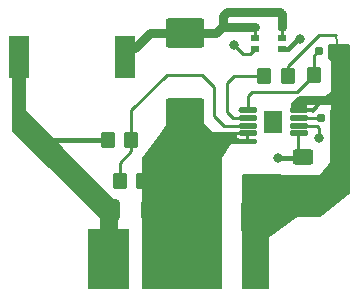
<source format=gtl>
G04 #@! TF.GenerationSoftware,KiCad,Pcbnew,9.0.4*
G04 #@! TF.CreationDate,2025-08-28T22:57:06-04:00*
G04 #@! TF.ProjectId,PowerSupply,506f7765-7253-4757-9070-6c792e6b6963,rev?*
G04 #@! TF.SameCoordinates,Original*
G04 #@! TF.FileFunction,Copper,L1,Top*
G04 #@! TF.FilePolarity,Positive*
%FSLAX46Y46*%
G04 Gerber Fmt 4.6, Leading zero omitted, Abs format (unit mm)*
G04 Created by KiCad (PCBNEW 9.0.4) date 2025-08-28 22:57:06*
%MOMM*%
%LPD*%
G01*
G04 APERTURE LIST*
G04 Aperture macros list*
%AMRoundRect*
0 Rectangle with rounded corners*
0 $1 Rounding radius*
0 $2 $3 $4 $5 $6 $7 $8 $9 X,Y pos of 4 corners*
0 Add a 4 corners polygon primitive as box body*
4,1,4,$2,$3,$4,$5,$6,$7,$8,$9,$2,$3,0*
0 Add four circle primitives for the rounded corners*
1,1,$1+$1,$2,$3*
1,1,$1+$1,$4,$5*
1,1,$1+$1,$6,$7*
1,1,$1+$1,$8,$9*
0 Add four rect primitives between the rounded corners*
20,1,$1+$1,$2,$3,$4,$5,0*
20,1,$1+$1,$4,$5,$6,$7,0*
20,1,$1+$1,$6,$7,$8,$9,0*
20,1,$1+$1,$8,$9,$2,$3,0*%
G04 Aperture macros list end*
G04 #@! TA.AperFunction,Conductor*
%ADD10C,0.000000*%
G04 #@! TD*
G04 #@! TA.AperFunction,Conductor*
%ADD11C,0.200000*%
G04 #@! TD*
G04 #@! TA.AperFunction,Conductor*
%ADD12C,0.300000*%
G04 #@! TD*
G04 #@! TA.AperFunction,SMDPad,CuDef*
%ADD13RoundRect,0.250000X1.400000X1.000000X-1.400000X1.000000X-1.400000X-1.000000X1.400000X-1.000000X0*%
G04 #@! TD*
G04 #@! TA.AperFunction,SMDPad,CuDef*
%ADD14RoundRect,0.250000X-0.412500X-0.650000X0.412500X-0.650000X0.412500X0.650000X-0.412500X0.650000X0*%
G04 #@! TD*
G04 #@! TA.AperFunction,SMDPad,CuDef*
%ADD15RoundRect,0.250000X-0.350000X-0.450000X0.350000X-0.450000X0.350000X0.450000X-0.350000X0.450000X0*%
G04 #@! TD*
G04 #@! TA.AperFunction,SMDPad,CuDef*
%ADD16RoundRect,0.250000X0.625000X-0.400000X0.625000X0.400000X-0.625000X0.400000X-0.625000X-0.400000X0*%
G04 #@! TD*
G04 #@! TA.AperFunction,SMDPad,CuDef*
%ADD17RoundRect,0.155000X0.212500X0.155000X-0.212500X0.155000X-0.212500X-0.155000X0.212500X-0.155000X0*%
G04 #@! TD*
G04 #@! TA.AperFunction,SMDPad,CuDef*
%ADD18RoundRect,0.125000X-0.600000X-0.125000X0.600000X-0.125000X0.600000X0.125000X-0.600000X0.125000X0*%
G04 #@! TD*
G04 #@! TA.AperFunction,HeatsinkPad*
%ADD19C,0.600000*%
G04 #@! TD*
G04 #@! TA.AperFunction,HeatsinkPad*
%ADD20R,1.570000X1.890000*%
G04 #@! TD*
G04 #@! TA.AperFunction,SMDPad,CuDef*
%ADD21R,0.700000X0.510000*%
G04 #@! TD*
G04 #@! TA.AperFunction,SMDPad,CuDef*
%ADD22RoundRect,0.250000X0.350000X0.450000X-0.350000X0.450000X-0.350000X-0.450000X0.350000X-0.450000X0*%
G04 #@! TD*
G04 #@! TA.AperFunction,SMDPad,CuDef*
%ADD23RoundRect,0.250000X0.412500X1.100000X-0.412500X1.100000X-0.412500X-1.100000X0.412500X-1.100000X0*%
G04 #@! TD*
G04 #@! TA.AperFunction,SMDPad,CuDef*
%ADD24RoundRect,0.155000X-0.212500X-0.155000X0.212500X-0.155000X0.212500X0.155000X-0.212500X0.155000X0*%
G04 #@! TD*
G04 #@! TA.AperFunction,SMDPad,CuDef*
%ADD25R,1.800000X3.600000*%
G04 #@! TD*
G04 #@! TA.AperFunction,ViaPad*
%ADD26C,0.800000*%
G04 #@! TD*
G04 #@! TA.AperFunction,Conductor*
%ADD27C,0.800000*%
G04 #@! TD*
G04 #@! TA.AperFunction,Conductor*
%ADD28C,0.250000*%
G04 #@! TD*
G04 #@! TA.AperFunction,Conductor*
%ADD29C,0.400000*%
G04 #@! TD*
G04 APERTURE END LIST*
D10*
G04 #@! TA.AperFunction,Conductor*
G36*
X97840000Y-83350000D02*
G01*
X93570000Y-83280000D01*
X93960000Y-82720000D01*
X97140000Y-82620000D01*
X97840000Y-83350000D01*
G37*
G04 #@! TD.AperFunction*
D11*
X82000000Y-81580061D02*
X89750000Y-89430061D01*
X89750000Y-92700000D01*
X88450000Y-92700000D01*
X88450000Y-90600000D01*
X81010000Y-83265532D01*
X81010000Y-78700000D01*
X82000000Y-78700000D01*
X82000000Y-81580061D01*
G04 #@! TA.AperFunction,Conductor*
G36*
X82000000Y-81580061D02*
G01*
X89750000Y-89430061D01*
X89750000Y-92700000D01*
X88450000Y-92700000D01*
X88450000Y-90600000D01*
X81010000Y-83265532D01*
X81010000Y-78700000D01*
X82000000Y-78700000D01*
X82000000Y-81580061D01*
G37*
G04 #@! TD.AperFunction*
D12*
X107090000Y-80760000D02*
X106350000Y-81540000D01*
D11*
X108300000Y-75100000D02*
X108500000Y-76400000D01*
D10*
G04 #@! TA.AperFunction,Conductor*
G36*
X90770000Y-96680000D02*
G01*
X87350000Y-96680000D01*
X87350000Y-91540000D01*
X90770000Y-91540000D01*
X90770000Y-96680000D01*
G37*
G04 #@! TD.AperFunction*
D11*
X109440000Y-81500000D02*
X108000000Y-81500000D01*
X107950000Y-81000000D01*
X105800000Y-81000000D01*
X105800000Y-81520000D01*
X104570000Y-81510000D01*
X104570000Y-80980000D01*
X105230000Y-80420000D01*
X107443749Y-80400000D01*
X107950000Y-79950000D01*
X107950000Y-77350000D01*
X107730000Y-77081112D01*
X107730000Y-76000000D01*
X109440000Y-76000000D01*
X109440000Y-81500000D01*
G04 #@! TA.AperFunction,Conductor*
G36*
X109440000Y-81500000D02*
G01*
X108000000Y-81500000D01*
X107950000Y-81000000D01*
X105800000Y-81000000D01*
X105800000Y-81520000D01*
X104570000Y-81510000D01*
X104570000Y-80980000D01*
X105230000Y-80420000D01*
X107443749Y-80400000D01*
X107950000Y-79950000D01*
X107950000Y-77350000D01*
X107730000Y-77081112D01*
X107730000Y-76000000D01*
X109440000Y-76000000D01*
X109440000Y-81500000D01*
G37*
G04 #@! TD.AperFunction*
D10*
G04 #@! TA.AperFunction,Conductor*
G36*
X102650000Y-96650000D02*
G01*
X100400000Y-96650000D01*
X100400000Y-92100000D01*
X102650000Y-92100000D01*
X102650000Y-96650000D01*
G37*
G04 #@! TD.AperFunction*
D11*
X109440000Y-88500000D02*
X106940000Y-90500000D01*
X105030000Y-90500000D01*
X102600000Y-92250000D01*
X100430000Y-92250000D01*
X100440000Y-87000000D01*
X106940000Y-87050000D01*
X107940000Y-86000000D01*
X107940000Y-81500000D01*
X109440000Y-81500000D01*
X109440000Y-88500000D01*
G04 #@! TA.AperFunction,Conductor*
G36*
X109440000Y-88500000D02*
G01*
X106940000Y-90500000D01*
X105030000Y-90500000D01*
X102600000Y-92250000D01*
X100430000Y-92250000D01*
X100440000Y-87000000D01*
X106940000Y-87050000D01*
X107940000Y-86000000D01*
X107940000Y-81500000D01*
X109440000Y-81500000D01*
X109440000Y-88500000D01*
G37*
G04 #@! TD.AperFunction*
D13*
X95500000Y-81750000D03*
X95500000Y-74950000D03*
D14*
X89375000Y-89980000D03*
X92500000Y-89980000D03*
D15*
X89000000Y-84000000D03*
X91000000Y-84000000D03*
D16*
X105500000Y-88600000D03*
X105500000Y-85500000D03*
D15*
X106500000Y-78500000D03*
X108500000Y-78500000D03*
D17*
X108190000Y-82140000D03*
X107055000Y-82140000D03*
D18*
X100850000Y-81525000D03*
X100850000Y-82175000D03*
X100850000Y-82825000D03*
X100850000Y-83475000D03*
X105150000Y-83475000D03*
X105150000Y-82825000D03*
X105150000Y-82175000D03*
X105150000Y-81525000D03*
D19*
X102515000Y-81855000D03*
X102515000Y-83145000D03*
D20*
X103000000Y-82500000D03*
D19*
X103485000Y-81855000D03*
X103485000Y-83145000D03*
D21*
X101440000Y-74450000D03*
X101440000Y-75400000D03*
X101440000Y-76350000D03*
X103760000Y-76350000D03*
X103760000Y-75400000D03*
X103760000Y-74450000D03*
D22*
X104250000Y-78600000D03*
X102250000Y-78600000D03*
D15*
X90000000Y-87500000D03*
X92000000Y-87500000D03*
D23*
X100975000Y-90580000D03*
X97850000Y-90580000D03*
D24*
X106865000Y-76500000D03*
X108000000Y-76500000D03*
D25*
X90500000Y-77000000D03*
X81500000Y-77000000D03*
D26*
X93660000Y-86990000D03*
X95500000Y-88160000D03*
X97130000Y-88160000D03*
X97130000Y-86990000D03*
X93660000Y-88160000D03*
X95500000Y-86990000D03*
X106900000Y-83900000D03*
X99704667Y-75953334D03*
X105300000Y-75500000D03*
X103400000Y-85530000D03*
D27*
X92550000Y-74950000D02*
X91300000Y-76200000D01*
X98140000Y-74950000D02*
X92550000Y-74950000D01*
X98740000Y-74350000D02*
X98140000Y-74950000D01*
D28*
X105500000Y-88600000D02*
X106400000Y-88600000D01*
X108500000Y-78500000D02*
X108500000Y-81000000D01*
X106335000Y-81525000D02*
X106340000Y-81520000D01*
X101625000Y-91000000D02*
X101625000Y-88500000D01*
X101625000Y-88500000D02*
X102000000Y-88500000D01*
X106800000Y-75200000D02*
X106900000Y-75100000D01*
X106900000Y-75100000D02*
X108300000Y-75100000D01*
X104250000Y-78600000D02*
X104250000Y-77750000D01*
X108500000Y-86500000D02*
X108500000Y-81000000D01*
X108500000Y-77000000D02*
X108000000Y-76500000D01*
X102100000Y-88600000D02*
X105500000Y-88600000D01*
X102000000Y-88500000D02*
X102100000Y-88600000D01*
X106400000Y-88600000D02*
X108500000Y-86500000D01*
X108500000Y-78500000D02*
X108500000Y-77000000D01*
X104250000Y-77750000D02*
X106800000Y-75200000D01*
D12*
X105112500Y-81525000D02*
X106335000Y-81525000D01*
D28*
X108500000Y-81000000D02*
X108365000Y-80865000D01*
X108365000Y-80865000D02*
X107000000Y-80865000D01*
X97025000Y-83475000D02*
X95500000Y-81950000D01*
X100887500Y-83475000D02*
X97025000Y-83475000D01*
X92500000Y-88000000D02*
X92000000Y-87500000D01*
X92500000Y-90980000D02*
X92500000Y-88000000D01*
X95500000Y-91000000D02*
X92520000Y-91000000D01*
X95500000Y-88070000D02*
X95500000Y-91000000D01*
X97025000Y-83475000D02*
X95500000Y-85000000D01*
X95500000Y-86970000D02*
X95500000Y-88070000D01*
X98500000Y-91000000D02*
X95500000Y-91000000D01*
X92520000Y-91000000D02*
X92500000Y-90980000D01*
X95500000Y-85000000D02*
X95500000Y-86970000D01*
X81500000Y-83625000D02*
X81500000Y-77000000D01*
X81875000Y-84000000D02*
X81500000Y-83625000D01*
D29*
X89000000Y-84000000D02*
X81875000Y-84000000D01*
D28*
X89375000Y-91500000D02*
X81500000Y-83625000D01*
X106825000Y-82175000D02*
X105112500Y-82175000D01*
X100887500Y-80312500D02*
X100887500Y-81525000D01*
X101200000Y-80000000D02*
X100887500Y-80312500D01*
X106500000Y-78500000D02*
X106500000Y-76865000D01*
X105000000Y-80000000D02*
X101200000Y-80000000D01*
X106500000Y-78500000D02*
X105000000Y-80000000D01*
X106500000Y-76865000D02*
X106865000Y-76500000D01*
X100086332Y-81525000D02*
X100887500Y-81525000D01*
D27*
X98740000Y-73550000D02*
X99090000Y-73200000D01*
X99090000Y-73200000D02*
X103600000Y-73200000D01*
D28*
X91300000Y-76200000D02*
X90500000Y-77000000D01*
D27*
X98740000Y-74350000D02*
X98740000Y-73550000D01*
D28*
X101440000Y-74450000D02*
X101440000Y-75400000D01*
D27*
X103760000Y-73360000D02*
X103760000Y-74450000D01*
D28*
X98740000Y-74350000D02*
X98840000Y-74450000D01*
D27*
X98840000Y-74450000D02*
X101440000Y-74450000D01*
D29*
X103600000Y-73200000D02*
X103760000Y-73360000D01*
D28*
X103760000Y-75400000D02*
X103760000Y-74450000D01*
X100491333Y-76740000D02*
X101050000Y-76740000D01*
X99704667Y-75953334D02*
X100491333Y-76740000D01*
X106900000Y-83020000D02*
X106705000Y-82825000D01*
X106900000Y-83900000D02*
X106900000Y-83020000D01*
X101050000Y-76740000D02*
X101440000Y-76350000D01*
X106705000Y-82825000D02*
X105112500Y-82825000D01*
X105470000Y-85530000D02*
X105500000Y-85500000D01*
D29*
X104250000Y-76350000D02*
X103760000Y-76350000D01*
X105300000Y-75500000D02*
X105100000Y-75500000D01*
D28*
X105112500Y-85112500D02*
X105112500Y-83475000D01*
D29*
X103400000Y-85530000D02*
X105470000Y-85530000D01*
D28*
X105500000Y-85500000D02*
X105112500Y-85112500D01*
D29*
X105100000Y-75500000D02*
X104250000Y-76350000D01*
D28*
X99100000Y-81700000D02*
X99575000Y-82175000D01*
X99100000Y-79200000D02*
X99100000Y-81700000D01*
X99700000Y-78600000D02*
X99100000Y-79200000D01*
X99575000Y-82175000D02*
X100887500Y-82175000D01*
X102250000Y-78600000D02*
X99700000Y-78600000D01*
X91000000Y-84000000D02*
X91000000Y-81500000D01*
X90000000Y-87500000D02*
X90000000Y-86000000D01*
X98825000Y-82825000D02*
X100887500Y-82825000D01*
X98000000Y-82000000D02*
X98825000Y-82825000D01*
X98000000Y-79500000D02*
X98000000Y-82000000D01*
X90000000Y-86000000D02*
X91000000Y-85000000D01*
X97000000Y-78500000D02*
X98000000Y-79500000D01*
X94000000Y-78500000D02*
X97000000Y-78500000D01*
X91000000Y-85000000D02*
X91000000Y-84000000D01*
X91000000Y-81500000D02*
X94000000Y-78500000D01*
G04 #@! TA.AperFunction,Conductor*
G36*
X98641600Y-85580001D02*
G01*
X98641600Y-96556000D01*
X98621915Y-96623039D01*
X98569111Y-96668794D01*
X98517600Y-96680000D01*
X91984000Y-96680000D01*
X91916961Y-96660315D01*
X91871206Y-96607511D01*
X91860000Y-96556000D01*
X91860000Y-85620957D01*
X91866161Y-85599974D01*
X91867498Y-85580000D01*
X98641600Y-85580000D01*
X98641600Y-85580001D01*
G37*
G04 #@! TD.AperFunction*
G04 #@! TA.AperFunction,Conductor*
G36*
X95568039Y-81769685D02*
G01*
X95613794Y-81822489D01*
X95625000Y-81874000D01*
X95625000Y-83199999D01*
X96954196Y-83199999D01*
X96984606Y-83197148D01*
X97112645Y-83152346D01*
X97221791Y-83071792D01*
X97289944Y-82979448D01*
X97345592Y-82937197D01*
X97415248Y-82931738D01*
X97476797Y-82964805D01*
X97478774Y-82966799D01*
X97850000Y-83350000D01*
X98432834Y-83350000D01*
X98499873Y-83369685D01*
X98501725Y-83370898D01*
X98524926Y-83386401D01*
X98582570Y-83410277D01*
X98640215Y-83434155D01*
X98742708Y-83454542D01*
X98762601Y-83458499D01*
X98762605Y-83458500D01*
X98762606Y-83458500D01*
X98887394Y-83458500D01*
X99801001Y-83458500D01*
X99868040Y-83478185D01*
X99913795Y-83530989D01*
X99925001Y-83582500D01*
X99925001Y-83638077D01*
X99931232Y-83685416D01*
X99931232Y-83685417D01*
X99979668Y-83789288D01*
X100060711Y-83870331D01*
X100164582Y-83918767D01*
X100164590Y-83918769D01*
X100211904Y-83924998D01*
X100211921Y-83924999D01*
X100724999Y-83924999D01*
X100725000Y-83924998D01*
X100725000Y-83707499D01*
X100727550Y-83698813D01*
X100726262Y-83689852D01*
X100737240Y-83665811D01*
X100744685Y-83640460D01*
X100751525Y-83634532D01*
X100755287Y-83626296D01*
X100777521Y-83612006D01*
X100797489Y-83594705D01*
X100808003Y-83592417D01*
X100814065Y-83588522D01*
X100848996Y-83583499D01*
X100851001Y-83583499D01*
X100918039Y-83603184D01*
X100963794Y-83655988D01*
X100975000Y-83707499D01*
X100975000Y-83924999D01*
X101476000Y-83924999D01*
X101484685Y-83927549D01*
X101493647Y-83926261D01*
X101517687Y-83937239D01*
X101543039Y-83944684D01*
X101548966Y-83951524D01*
X101557203Y-83955286D01*
X101571492Y-83977520D01*
X101588794Y-83997488D01*
X101591081Y-84008002D01*
X101594977Y-84014064D01*
X101600000Y-84048999D01*
X101600000Y-84256000D01*
X101580315Y-84323039D01*
X101527511Y-84368794D01*
X101476000Y-84380000D01*
X99445448Y-84380000D01*
X98641600Y-85580000D01*
X91872026Y-85580000D01*
X91879685Y-85553918D01*
X91884388Y-85547110D01*
X93666815Y-83143344D01*
X93722555Y-83101221D01*
X93792223Y-83095919D01*
X93840051Y-83117434D01*
X93887355Y-83152346D01*
X93887354Y-83152346D01*
X94015397Y-83197149D01*
X94045792Y-83199999D01*
X95374999Y-83199999D01*
X95375000Y-83199998D01*
X95375000Y-81874000D01*
X95377550Y-81865314D01*
X95376262Y-81856353D01*
X95387240Y-81832312D01*
X95394685Y-81806961D01*
X95401525Y-81801033D01*
X95405287Y-81792797D01*
X95427521Y-81778507D01*
X95447489Y-81761206D01*
X95458003Y-81758918D01*
X95464065Y-81755023D01*
X95499000Y-81750000D01*
X95501000Y-81750000D01*
X95568039Y-81769685D01*
G37*
G04 #@! TD.AperFunction*
M02*

</source>
